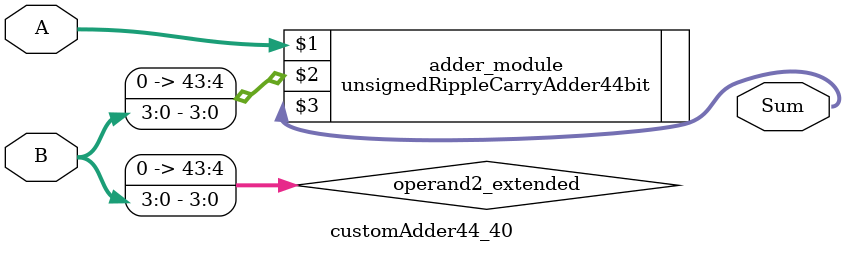
<source format=v>
module customAdder44_40(
                        input [43 : 0] A,
                        input [3 : 0] B,
                        
                        output [44 : 0] Sum
                );

        wire [43 : 0] operand2_extended;
        
        assign operand2_extended =  {40'b0, B};
        
        unsignedRippleCarryAdder44bit adder_module(
            A,
            operand2_extended,
            Sum
        );
        
        endmodule
        
</source>
